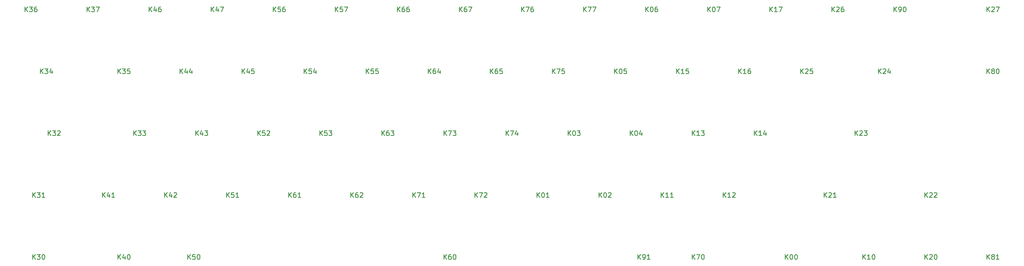
<source format=gto>
G04 #@! TF.FileFunction,Legend,Top*
%FSLAX46Y46*%
G04 Gerber Fmt 4.6, Leading zero omitted, Abs format (unit mm)*
G04 Created by KiCad (PCBNEW 4.0.6) date 07/11/19 02:34:24*
%MOMM*%
%LPD*%
G01*
G04 APERTURE LIST*
%ADD10C,0.100000*%
%ADD11C,0.150000*%
%ADD12C,0.250000*%
G04 APERTURE END LIST*
D10*
D11*
D12*
X193441072Y-95928571D02*
X193441072Y-94428571D01*
X194298215Y-95928571D02*
X193655358Y-95071429D01*
X194298215Y-94428571D02*
X193441072Y-95285714D01*
X195226786Y-94428571D02*
X195369643Y-94428571D01*
X195512500Y-94500000D01*
X195583929Y-94571429D01*
X195655358Y-94714286D01*
X195726786Y-95000000D01*
X195726786Y-95357143D01*
X195655358Y-95642857D01*
X195583929Y-95785714D01*
X195512500Y-95857143D01*
X195369643Y-95928571D01*
X195226786Y-95928571D01*
X195083929Y-95857143D01*
X195012500Y-95785714D01*
X194941072Y-95642857D01*
X194869643Y-95357143D01*
X194869643Y-95000000D01*
X194941072Y-94714286D01*
X195012500Y-94571429D01*
X195083929Y-94500000D01*
X195226786Y-94428571D01*
X197155357Y-95928571D02*
X196298214Y-95928571D01*
X196726786Y-95928571D02*
X196726786Y-94428571D01*
X196583929Y-94642857D01*
X196441071Y-94785714D01*
X196298214Y-94857143D01*
X212491072Y-95928571D02*
X212491072Y-94428571D01*
X213348215Y-95928571D02*
X212705358Y-95071429D01*
X213348215Y-94428571D02*
X212491072Y-95285714D01*
X214276786Y-94428571D02*
X214419643Y-94428571D01*
X214562500Y-94500000D01*
X214633929Y-94571429D01*
X214705358Y-94714286D01*
X214776786Y-95000000D01*
X214776786Y-95357143D01*
X214705358Y-95642857D01*
X214633929Y-95785714D01*
X214562500Y-95857143D01*
X214419643Y-95928571D01*
X214276786Y-95928571D01*
X214133929Y-95857143D01*
X214062500Y-95785714D01*
X213991072Y-95642857D01*
X213919643Y-95357143D01*
X213919643Y-95000000D01*
X213991072Y-94714286D01*
X214062500Y-94571429D01*
X214133929Y-94500000D01*
X214276786Y-94428571D01*
X215348214Y-94571429D02*
X215419643Y-94500000D01*
X215562500Y-94428571D01*
X215919643Y-94428571D01*
X216062500Y-94500000D01*
X216133929Y-94571429D01*
X216205357Y-94714286D01*
X216205357Y-94857143D01*
X216133929Y-95071429D01*
X215276786Y-95928571D01*
X216205357Y-95928571D01*
X202966072Y-76878571D02*
X202966072Y-75378571D01*
X203823215Y-76878571D02*
X203180358Y-76021429D01*
X203823215Y-75378571D02*
X202966072Y-76235714D01*
X204751786Y-75378571D02*
X204894643Y-75378571D01*
X205037500Y-75450000D01*
X205108929Y-75521429D01*
X205180358Y-75664286D01*
X205251786Y-75950000D01*
X205251786Y-76307143D01*
X205180358Y-76592857D01*
X205108929Y-76735714D01*
X205037500Y-76807143D01*
X204894643Y-76878571D01*
X204751786Y-76878571D01*
X204608929Y-76807143D01*
X204537500Y-76735714D01*
X204466072Y-76592857D01*
X204394643Y-76307143D01*
X204394643Y-75950000D01*
X204466072Y-75664286D01*
X204537500Y-75521429D01*
X204608929Y-75450000D01*
X204751786Y-75378571D01*
X205751786Y-75378571D02*
X206680357Y-75378571D01*
X206180357Y-75950000D01*
X206394643Y-75950000D01*
X206537500Y-76021429D01*
X206608929Y-76092857D01*
X206680357Y-76235714D01*
X206680357Y-76592857D01*
X206608929Y-76735714D01*
X206537500Y-76807143D01*
X206394643Y-76878571D01*
X205966071Y-76878571D01*
X205823214Y-76807143D01*
X205751786Y-76735714D01*
X222016072Y-76878571D02*
X222016072Y-75378571D01*
X222873215Y-76878571D02*
X222230358Y-76021429D01*
X222873215Y-75378571D02*
X222016072Y-76235714D01*
X223801786Y-75378571D02*
X223944643Y-75378571D01*
X224087500Y-75450000D01*
X224158929Y-75521429D01*
X224230358Y-75664286D01*
X224301786Y-75950000D01*
X224301786Y-76307143D01*
X224230358Y-76592857D01*
X224158929Y-76735714D01*
X224087500Y-76807143D01*
X223944643Y-76878571D01*
X223801786Y-76878571D01*
X223658929Y-76807143D01*
X223587500Y-76735714D01*
X223516072Y-76592857D01*
X223444643Y-76307143D01*
X223444643Y-75950000D01*
X223516072Y-75664286D01*
X223587500Y-75521429D01*
X223658929Y-75450000D01*
X223801786Y-75378571D01*
X225587500Y-75878571D02*
X225587500Y-76878571D01*
X225230357Y-75307143D02*
X224873214Y-76378571D01*
X225801786Y-76378571D01*
X217253572Y-57828571D02*
X217253572Y-56328571D01*
X218110715Y-57828571D02*
X217467858Y-56971429D01*
X218110715Y-56328571D02*
X217253572Y-57185714D01*
X219039286Y-56328571D02*
X219182143Y-56328571D01*
X219325000Y-56400000D01*
X219396429Y-56471429D01*
X219467858Y-56614286D01*
X219539286Y-56900000D01*
X219539286Y-57257143D01*
X219467858Y-57542857D01*
X219396429Y-57685714D01*
X219325000Y-57757143D01*
X219182143Y-57828571D01*
X219039286Y-57828571D01*
X218896429Y-57757143D01*
X218825000Y-57685714D01*
X218753572Y-57542857D01*
X218682143Y-57257143D01*
X218682143Y-56900000D01*
X218753572Y-56614286D01*
X218825000Y-56471429D01*
X218896429Y-56400000D01*
X219039286Y-56328571D01*
X220896429Y-56328571D02*
X220182143Y-56328571D01*
X220110714Y-57042857D01*
X220182143Y-56971429D01*
X220325000Y-56900000D01*
X220682143Y-56900000D01*
X220825000Y-56971429D01*
X220896429Y-57042857D01*
X220967857Y-57185714D01*
X220967857Y-57542857D01*
X220896429Y-57685714D01*
X220825000Y-57757143D01*
X220682143Y-57828571D01*
X220325000Y-57828571D01*
X220182143Y-57757143D01*
X220110714Y-57685714D01*
X226778572Y-38778571D02*
X226778572Y-37278571D01*
X227635715Y-38778571D02*
X226992858Y-37921429D01*
X227635715Y-37278571D02*
X226778572Y-38135714D01*
X228564286Y-37278571D02*
X228707143Y-37278571D01*
X228850000Y-37350000D01*
X228921429Y-37421429D01*
X228992858Y-37564286D01*
X229064286Y-37850000D01*
X229064286Y-38207143D01*
X228992858Y-38492857D01*
X228921429Y-38635714D01*
X228850000Y-38707143D01*
X228707143Y-38778571D01*
X228564286Y-38778571D01*
X228421429Y-38707143D01*
X228350000Y-38635714D01*
X228278572Y-38492857D01*
X228207143Y-38207143D01*
X228207143Y-37850000D01*
X228278572Y-37564286D01*
X228350000Y-37421429D01*
X228421429Y-37350000D01*
X228564286Y-37278571D01*
X230350000Y-37278571D02*
X230064286Y-37278571D01*
X229921429Y-37350000D01*
X229850000Y-37421429D01*
X229707143Y-37635714D01*
X229635714Y-37921429D01*
X229635714Y-38492857D01*
X229707143Y-38635714D01*
X229778571Y-38707143D01*
X229921429Y-38778571D01*
X230207143Y-38778571D01*
X230350000Y-38707143D01*
X230421429Y-38635714D01*
X230492857Y-38492857D01*
X230492857Y-38135714D01*
X230421429Y-37992857D01*
X230350000Y-37921429D01*
X230207143Y-37850000D01*
X229921429Y-37850000D01*
X229778571Y-37921429D01*
X229707143Y-37992857D01*
X229635714Y-38135714D01*
X245828572Y-38778571D02*
X245828572Y-37278571D01*
X246685715Y-38778571D02*
X246042858Y-37921429D01*
X246685715Y-37278571D02*
X245828572Y-38135714D01*
X247614286Y-37278571D02*
X247757143Y-37278571D01*
X247900000Y-37350000D01*
X247971429Y-37421429D01*
X248042858Y-37564286D01*
X248114286Y-37850000D01*
X248114286Y-38207143D01*
X248042858Y-38492857D01*
X247971429Y-38635714D01*
X247900000Y-38707143D01*
X247757143Y-38778571D01*
X247614286Y-38778571D01*
X247471429Y-38707143D01*
X247400000Y-38635714D01*
X247328572Y-38492857D01*
X247257143Y-38207143D01*
X247257143Y-37850000D01*
X247328572Y-37564286D01*
X247400000Y-37421429D01*
X247471429Y-37350000D01*
X247614286Y-37278571D01*
X248614286Y-37278571D02*
X249614286Y-37278571D01*
X248971429Y-38778571D01*
X293453572Y-114978571D02*
X293453572Y-113478571D01*
X294310715Y-114978571D02*
X293667858Y-114121429D01*
X294310715Y-113478571D02*
X293453572Y-114335714D01*
X295739286Y-114978571D02*
X294882143Y-114978571D01*
X295310715Y-114978571D02*
X295310715Y-113478571D01*
X295167858Y-113692857D01*
X295025000Y-113835714D01*
X294882143Y-113907143D01*
X296667857Y-113478571D02*
X296810714Y-113478571D01*
X296953571Y-113550000D01*
X297025000Y-113621429D01*
X297096429Y-113764286D01*
X297167857Y-114050000D01*
X297167857Y-114407143D01*
X297096429Y-114692857D01*
X297025000Y-114835714D01*
X296953571Y-114907143D01*
X296810714Y-114978571D01*
X296667857Y-114978571D01*
X296525000Y-114907143D01*
X296453571Y-114835714D01*
X296382143Y-114692857D01*
X296310714Y-114407143D01*
X296310714Y-114050000D01*
X296382143Y-113764286D01*
X296453571Y-113621429D01*
X296525000Y-113550000D01*
X296667857Y-113478571D01*
X231541072Y-95928571D02*
X231541072Y-94428571D01*
X232398215Y-95928571D02*
X231755358Y-95071429D01*
X232398215Y-94428571D02*
X231541072Y-95285714D01*
X233826786Y-95928571D02*
X232969643Y-95928571D01*
X233398215Y-95928571D02*
X233398215Y-94428571D01*
X233255358Y-94642857D01*
X233112500Y-94785714D01*
X232969643Y-94857143D01*
X235255357Y-95928571D02*
X234398214Y-95928571D01*
X234826786Y-95928571D02*
X234826786Y-94428571D01*
X234683929Y-94642857D01*
X234541071Y-94785714D01*
X234398214Y-94857143D01*
X250591072Y-95928571D02*
X250591072Y-94428571D01*
X251448215Y-95928571D02*
X250805358Y-95071429D01*
X251448215Y-94428571D02*
X250591072Y-95285714D01*
X252876786Y-95928571D02*
X252019643Y-95928571D01*
X252448215Y-95928571D02*
X252448215Y-94428571D01*
X252305358Y-94642857D01*
X252162500Y-94785714D01*
X252019643Y-94857143D01*
X253448214Y-94571429D02*
X253519643Y-94500000D01*
X253662500Y-94428571D01*
X254019643Y-94428571D01*
X254162500Y-94500000D01*
X254233929Y-94571429D01*
X254305357Y-94714286D01*
X254305357Y-94857143D01*
X254233929Y-95071429D01*
X253376786Y-95928571D01*
X254305357Y-95928571D01*
X241066072Y-76878571D02*
X241066072Y-75378571D01*
X241923215Y-76878571D02*
X241280358Y-76021429D01*
X241923215Y-75378571D02*
X241066072Y-76235714D01*
X243351786Y-76878571D02*
X242494643Y-76878571D01*
X242923215Y-76878571D02*
X242923215Y-75378571D01*
X242780358Y-75592857D01*
X242637500Y-75735714D01*
X242494643Y-75807143D01*
X243851786Y-75378571D02*
X244780357Y-75378571D01*
X244280357Y-75950000D01*
X244494643Y-75950000D01*
X244637500Y-76021429D01*
X244708929Y-76092857D01*
X244780357Y-76235714D01*
X244780357Y-76592857D01*
X244708929Y-76735714D01*
X244637500Y-76807143D01*
X244494643Y-76878571D01*
X244066071Y-76878571D01*
X243923214Y-76807143D01*
X243851786Y-76735714D01*
X260116072Y-76878571D02*
X260116072Y-75378571D01*
X260973215Y-76878571D02*
X260330358Y-76021429D01*
X260973215Y-75378571D02*
X260116072Y-76235714D01*
X262401786Y-76878571D02*
X261544643Y-76878571D01*
X261973215Y-76878571D02*
X261973215Y-75378571D01*
X261830358Y-75592857D01*
X261687500Y-75735714D01*
X261544643Y-75807143D01*
X263687500Y-75878571D02*
X263687500Y-76878571D01*
X263330357Y-75307143D02*
X262973214Y-76378571D01*
X263901786Y-76378571D01*
X236303572Y-57828571D02*
X236303572Y-56328571D01*
X237160715Y-57828571D02*
X236517858Y-56971429D01*
X237160715Y-56328571D02*
X236303572Y-57185714D01*
X238589286Y-57828571D02*
X237732143Y-57828571D01*
X238160715Y-57828571D02*
X238160715Y-56328571D01*
X238017858Y-56542857D01*
X237875000Y-56685714D01*
X237732143Y-56757143D01*
X239946429Y-56328571D02*
X239232143Y-56328571D01*
X239160714Y-57042857D01*
X239232143Y-56971429D01*
X239375000Y-56900000D01*
X239732143Y-56900000D01*
X239875000Y-56971429D01*
X239946429Y-57042857D01*
X240017857Y-57185714D01*
X240017857Y-57542857D01*
X239946429Y-57685714D01*
X239875000Y-57757143D01*
X239732143Y-57828571D01*
X239375000Y-57828571D01*
X239232143Y-57757143D01*
X239160714Y-57685714D01*
X255353572Y-57828571D02*
X255353572Y-56328571D01*
X256210715Y-57828571D02*
X255567858Y-56971429D01*
X256210715Y-56328571D02*
X255353572Y-57185714D01*
X257639286Y-57828571D02*
X256782143Y-57828571D01*
X257210715Y-57828571D02*
X257210715Y-56328571D01*
X257067858Y-56542857D01*
X256925000Y-56685714D01*
X256782143Y-56757143D01*
X258925000Y-56328571D02*
X258639286Y-56328571D01*
X258496429Y-56400000D01*
X258425000Y-56471429D01*
X258282143Y-56685714D01*
X258210714Y-56971429D01*
X258210714Y-57542857D01*
X258282143Y-57685714D01*
X258353571Y-57757143D01*
X258496429Y-57828571D01*
X258782143Y-57828571D01*
X258925000Y-57757143D01*
X258996429Y-57685714D01*
X259067857Y-57542857D01*
X259067857Y-57185714D01*
X258996429Y-57042857D01*
X258925000Y-56971429D01*
X258782143Y-56900000D01*
X258496429Y-56900000D01*
X258353571Y-56971429D01*
X258282143Y-57042857D01*
X258210714Y-57185714D01*
X264878572Y-38778571D02*
X264878572Y-37278571D01*
X265735715Y-38778571D02*
X265092858Y-37921429D01*
X265735715Y-37278571D02*
X264878572Y-38135714D01*
X267164286Y-38778571D02*
X266307143Y-38778571D01*
X266735715Y-38778571D02*
X266735715Y-37278571D01*
X266592858Y-37492857D01*
X266450000Y-37635714D01*
X266307143Y-37707143D01*
X267664286Y-37278571D02*
X268664286Y-37278571D01*
X268021429Y-38778571D01*
X312503572Y-114978571D02*
X312503572Y-113478571D01*
X313360715Y-114978571D02*
X312717858Y-114121429D01*
X313360715Y-113478571D02*
X312503572Y-114335714D01*
X313932143Y-113621429D02*
X314003572Y-113550000D01*
X314146429Y-113478571D01*
X314503572Y-113478571D01*
X314646429Y-113550000D01*
X314717858Y-113621429D01*
X314789286Y-113764286D01*
X314789286Y-113907143D01*
X314717858Y-114121429D01*
X313860715Y-114978571D01*
X314789286Y-114978571D01*
X315717857Y-113478571D02*
X315860714Y-113478571D01*
X316003571Y-113550000D01*
X316075000Y-113621429D01*
X316146429Y-113764286D01*
X316217857Y-114050000D01*
X316217857Y-114407143D01*
X316146429Y-114692857D01*
X316075000Y-114835714D01*
X316003571Y-114907143D01*
X315860714Y-114978571D01*
X315717857Y-114978571D01*
X315575000Y-114907143D01*
X315503571Y-114835714D01*
X315432143Y-114692857D01*
X315360714Y-114407143D01*
X315360714Y-114050000D01*
X315432143Y-113764286D01*
X315503571Y-113621429D01*
X315575000Y-113550000D01*
X315717857Y-113478571D01*
X281547322Y-95928571D02*
X281547322Y-94428571D01*
X282404465Y-95928571D02*
X281761608Y-95071429D01*
X282404465Y-94428571D02*
X281547322Y-95285714D01*
X282975893Y-94571429D02*
X283047322Y-94500000D01*
X283190179Y-94428571D01*
X283547322Y-94428571D01*
X283690179Y-94500000D01*
X283761608Y-94571429D01*
X283833036Y-94714286D01*
X283833036Y-94857143D01*
X283761608Y-95071429D01*
X282904465Y-95928571D01*
X283833036Y-95928571D01*
X285261607Y-95928571D02*
X284404464Y-95928571D01*
X284833036Y-95928571D02*
X284833036Y-94428571D01*
X284690179Y-94642857D01*
X284547321Y-94785714D01*
X284404464Y-94857143D01*
X312503572Y-95928571D02*
X312503572Y-94428571D01*
X313360715Y-95928571D02*
X312717858Y-95071429D01*
X313360715Y-94428571D02*
X312503572Y-95285714D01*
X313932143Y-94571429D02*
X314003572Y-94500000D01*
X314146429Y-94428571D01*
X314503572Y-94428571D01*
X314646429Y-94500000D01*
X314717858Y-94571429D01*
X314789286Y-94714286D01*
X314789286Y-94857143D01*
X314717858Y-95071429D01*
X313860715Y-95928571D01*
X314789286Y-95928571D01*
X315360714Y-94571429D02*
X315432143Y-94500000D01*
X315575000Y-94428571D01*
X315932143Y-94428571D01*
X316075000Y-94500000D01*
X316146429Y-94571429D01*
X316217857Y-94714286D01*
X316217857Y-94857143D01*
X316146429Y-95071429D01*
X315289286Y-95928571D01*
X316217857Y-95928571D01*
X291072322Y-76878571D02*
X291072322Y-75378571D01*
X291929465Y-76878571D02*
X291286608Y-76021429D01*
X291929465Y-75378571D02*
X291072322Y-76235714D01*
X292500893Y-75521429D02*
X292572322Y-75450000D01*
X292715179Y-75378571D01*
X293072322Y-75378571D01*
X293215179Y-75450000D01*
X293286608Y-75521429D01*
X293358036Y-75664286D01*
X293358036Y-75807143D01*
X293286608Y-76021429D01*
X292429465Y-76878571D01*
X293358036Y-76878571D01*
X293858036Y-75378571D02*
X294786607Y-75378571D01*
X294286607Y-75950000D01*
X294500893Y-75950000D01*
X294643750Y-76021429D01*
X294715179Y-76092857D01*
X294786607Y-76235714D01*
X294786607Y-76592857D01*
X294715179Y-76735714D01*
X294643750Y-76807143D01*
X294500893Y-76878571D01*
X294072321Y-76878571D01*
X293929464Y-76807143D01*
X293858036Y-76735714D01*
X298216072Y-57828571D02*
X298216072Y-56328571D01*
X299073215Y-57828571D02*
X298430358Y-56971429D01*
X299073215Y-56328571D02*
X298216072Y-57185714D01*
X299644643Y-56471429D02*
X299716072Y-56400000D01*
X299858929Y-56328571D01*
X300216072Y-56328571D01*
X300358929Y-56400000D01*
X300430358Y-56471429D01*
X300501786Y-56614286D01*
X300501786Y-56757143D01*
X300430358Y-56971429D01*
X299573215Y-57828571D01*
X300501786Y-57828571D01*
X301787500Y-56828571D02*
X301787500Y-57828571D01*
X301430357Y-56257143D02*
X301073214Y-57328571D01*
X302001786Y-57328571D01*
X274403572Y-57828571D02*
X274403572Y-56328571D01*
X275260715Y-57828571D02*
X274617858Y-56971429D01*
X275260715Y-56328571D02*
X274403572Y-57185714D01*
X275832143Y-56471429D02*
X275903572Y-56400000D01*
X276046429Y-56328571D01*
X276403572Y-56328571D01*
X276546429Y-56400000D01*
X276617858Y-56471429D01*
X276689286Y-56614286D01*
X276689286Y-56757143D01*
X276617858Y-56971429D01*
X275760715Y-57828571D01*
X276689286Y-57828571D01*
X278046429Y-56328571D02*
X277332143Y-56328571D01*
X277260714Y-57042857D01*
X277332143Y-56971429D01*
X277475000Y-56900000D01*
X277832143Y-56900000D01*
X277975000Y-56971429D01*
X278046429Y-57042857D01*
X278117857Y-57185714D01*
X278117857Y-57542857D01*
X278046429Y-57685714D01*
X277975000Y-57757143D01*
X277832143Y-57828571D01*
X277475000Y-57828571D01*
X277332143Y-57757143D01*
X277260714Y-57685714D01*
X283928572Y-38778571D02*
X283928572Y-37278571D01*
X284785715Y-38778571D02*
X284142858Y-37921429D01*
X284785715Y-37278571D02*
X283928572Y-38135714D01*
X285357143Y-37421429D02*
X285428572Y-37350000D01*
X285571429Y-37278571D01*
X285928572Y-37278571D01*
X286071429Y-37350000D01*
X286142858Y-37421429D01*
X286214286Y-37564286D01*
X286214286Y-37707143D01*
X286142858Y-37921429D01*
X285285715Y-38778571D01*
X286214286Y-38778571D01*
X287500000Y-37278571D02*
X287214286Y-37278571D01*
X287071429Y-37350000D01*
X287000000Y-37421429D01*
X286857143Y-37635714D01*
X286785714Y-37921429D01*
X286785714Y-38492857D01*
X286857143Y-38635714D01*
X286928571Y-38707143D01*
X287071429Y-38778571D01*
X287357143Y-38778571D01*
X287500000Y-38707143D01*
X287571429Y-38635714D01*
X287642857Y-38492857D01*
X287642857Y-38135714D01*
X287571429Y-37992857D01*
X287500000Y-37921429D01*
X287357143Y-37850000D01*
X287071429Y-37850000D01*
X286928571Y-37921429D01*
X286857143Y-37992857D01*
X286785714Y-38135714D01*
X38659822Y-114978571D02*
X38659822Y-113478571D01*
X39516965Y-114978571D02*
X38874108Y-114121429D01*
X39516965Y-113478571D02*
X38659822Y-114335714D01*
X40016965Y-113478571D02*
X40945536Y-113478571D01*
X40445536Y-114050000D01*
X40659822Y-114050000D01*
X40802679Y-114121429D01*
X40874108Y-114192857D01*
X40945536Y-114335714D01*
X40945536Y-114692857D01*
X40874108Y-114835714D01*
X40802679Y-114907143D01*
X40659822Y-114978571D01*
X40231250Y-114978571D01*
X40088393Y-114907143D01*
X40016965Y-114835714D01*
X41874107Y-113478571D02*
X42016964Y-113478571D01*
X42159821Y-113550000D01*
X42231250Y-113621429D01*
X42302679Y-113764286D01*
X42374107Y-114050000D01*
X42374107Y-114407143D01*
X42302679Y-114692857D01*
X42231250Y-114835714D01*
X42159821Y-114907143D01*
X42016964Y-114978571D01*
X41874107Y-114978571D01*
X41731250Y-114907143D01*
X41659821Y-114835714D01*
X41588393Y-114692857D01*
X41516964Y-114407143D01*
X41516964Y-114050000D01*
X41588393Y-113764286D01*
X41659821Y-113621429D01*
X41731250Y-113550000D01*
X41874107Y-113478571D01*
X38659822Y-95928571D02*
X38659822Y-94428571D01*
X39516965Y-95928571D02*
X38874108Y-95071429D01*
X39516965Y-94428571D02*
X38659822Y-95285714D01*
X40016965Y-94428571D02*
X40945536Y-94428571D01*
X40445536Y-95000000D01*
X40659822Y-95000000D01*
X40802679Y-95071429D01*
X40874108Y-95142857D01*
X40945536Y-95285714D01*
X40945536Y-95642857D01*
X40874108Y-95785714D01*
X40802679Y-95857143D01*
X40659822Y-95928571D01*
X40231250Y-95928571D01*
X40088393Y-95857143D01*
X40016965Y-95785714D01*
X42374107Y-95928571D02*
X41516964Y-95928571D01*
X41945536Y-95928571D02*
X41945536Y-94428571D01*
X41802679Y-94642857D01*
X41659821Y-94785714D01*
X41516964Y-94857143D01*
X43422322Y-76878571D02*
X43422322Y-75378571D01*
X44279465Y-76878571D02*
X43636608Y-76021429D01*
X44279465Y-75378571D02*
X43422322Y-76235714D01*
X44779465Y-75378571D02*
X45708036Y-75378571D01*
X45208036Y-75950000D01*
X45422322Y-75950000D01*
X45565179Y-76021429D01*
X45636608Y-76092857D01*
X45708036Y-76235714D01*
X45708036Y-76592857D01*
X45636608Y-76735714D01*
X45565179Y-76807143D01*
X45422322Y-76878571D01*
X44993750Y-76878571D01*
X44850893Y-76807143D01*
X44779465Y-76735714D01*
X46279464Y-75521429D02*
X46350893Y-75450000D01*
X46493750Y-75378571D01*
X46850893Y-75378571D01*
X46993750Y-75450000D01*
X47065179Y-75521429D01*
X47136607Y-75664286D01*
X47136607Y-75807143D01*
X47065179Y-76021429D01*
X46208036Y-76878571D01*
X47136607Y-76878571D01*
X60091072Y-95928571D02*
X60091072Y-94428571D01*
X60948215Y-95928571D02*
X60305358Y-95071429D01*
X60948215Y-94428571D02*
X60091072Y-95285714D01*
X62233929Y-94928571D02*
X62233929Y-95928571D01*
X61876786Y-94357143D02*
X61519643Y-95428571D01*
X62448215Y-95428571D01*
X63805357Y-95928571D02*
X62948214Y-95928571D01*
X63376786Y-95928571D02*
X63376786Y-94428571D01*
X63233929Y-94642857D01*
X63091071Y-94785714D01*
X62948214Y-94857143D01*
X79141072Y-95928571D02*
X79141072Y-94428571D01*
X79998215Y-95928571D02*
X79355358Y-95071429D01*
X79998215Y-94428571D02*
X79141072Y-95285714D01*
X81283929Y-94928571D02*
X81283929Y-95928571D01*
X80926786Y-94357143D02*
X80569643Y-95428571D01*
X81498215Y-95428571D01*
X81998214Y-94571429D02*
X82069643Y-94500000D01*
X82212500Y-94428571D01*
X82569643Y-94428571D01*
X82712500Y-94500000D01*
X82783929Y-94571429D01*
X82855357Y-94714286D01*
X82855357Y-94857143D01*
X82783929Y-95071429D01*
X81926786Y-95928571D01*
X82855357Y-95928571D01*
X88666072Y-76878571D02*
X88666072Y-75378571D01*
X89523215Y-76878571D02*
X88880358Y-76021429D01*
X89523215Y-75378571D02*
X88666072Y-76235714D01*
X90808929Y-75878571D02*
X90808929Y-76878571D01*
X90451786Y-75307143D02*
X90094643Y-76378571D01*
X91023215Y-76378571D01*
X91451786Y-75378571D02*
X92380357Y-75378571D01*
X91880357Y-75950000D01*
X92094643Y-75950000D01*
X92237500Y-76021429D01*
X92308929Y-76092857D01*
X92380357Y-76235714D01*
X92380357Y-76592857D01*
X92308929Y-76735714D01*
X92237500Y-76807143D01*
X92094643Y-76878571D01*
X91666071Y-76878571D01*
X91523214Y-76807143D01*
X91451786Y-76735714D01*
X83903572Y-57828571D02*
X83903572Y-56328571D01*
X84760715Y-57828571D02*
X84117858Y-56971429D01*
X84760715Y-56328571D02*
X83903572Y-57185714D01*
X86046429Y-56828571D02*
X86046429Y-57828571D01*
X85689286Y-56257143D02*
X85332143Y-57328571D01*
X86260715Y-57328571D01*
X87475000Y-56828571D02*
X87475000Y-57828571D01*
X87117857Y-56257143D02*
X86760714Y-57328571D01*
X87689286Y-57328571D01*
X102953572Y-57828571D02*
X102953572Y-56328571D01*
X103810715Y-57828571D02*
X103167858Y-56971429D01*
X103810715Y-56328571D02*
X102953572Y-57185714D01*
X105096429Y-56828571D02*
X105096429Y-57828571D01*
X104739286Y-56257143D02*
X104382143Y-57328571D01*
X105310715Y-57328571D01*
X106596429Y-56328571D02*
X105882143Y-56328571D01*
X105810714Y-57042857D01*
X105882143Y-56971429D01*
X106025000Y-56900000D01*
X106382143Y-56900000D01*
X106525000Y-56971429D01*
X106596429Y-57042857D01*
X106667857Y-57185714D01*
X106667857Y-57542857D01*
X106596429Y-57685714D01*
X106525000Y-57757143D01*
X106382143Y-57828571D01*
X106025000Y-57828571D01*
X105882143Y-57757143D01*
X105810714Y-57685714D01*
X74378572Y-38778571D02*
X74378572Y-37278571D01*
X75235715Y-38778571D02*
X74592858Y-37921429D01*
X75235715Y-37278571D02*
X74378572Y-38135714D01*
X76521429Y-37778571D02*
X76521429Y-38778571D01*
X76164286Y-37207143D02*
X75807143Y-38278571D01*
X76735715Y-38278571D01*
X77950000Y-37278571D02*
X77664286Y-37278571D01*
X77521429Y-37350000D01*
X77450000Y-37421429D01*
X77307143Y-37635714D01*
X77235714Y-37921429D01*
X77235714Y-38492857D01*
X77307143Y-38635714D01*
X77378571Y-38707143D01*
X77521429Y-38778571D01*
X77807143Y-38778571D01*
X77950000Y-38707143D01*
X78021429Y-38635714D01*
X78092857Y-38492857D01*
X78092857Y-38135714D01*
X78021429Y-37992857D01*
X77950000Y-37921429D01*
X77807143Y-37850000D01*
X77521429Y-37850000D01*
X77378571Y-37921429D01*
X77307143Y-37992857D01*
X77235714Y-38135714D01*
X93428572Y-38778571D02*
X93428572Y-37278571D01*
X94285715Y-38778571D02*
X93642858Y-37921429D01*
X94285715Y-37278571D02*
X93428572Y-38135714D01*
X95571429Y-37778571D02*
X95571429Y-38778571D01*
X95214286Y-37207143D02*
X94857143Y-38278571D01*
X95785715Y-38278571D01*
X96214286Y-37278571D02*
X97214286Y-37278571D01*
X96571429Y-38778571D01*
X86284822Y-114978571D02*
X86284822Y-113478571D01*
X87141965Y-114978571D02*
X86499108Y-114121429D01*
X87141965Y-113478571D02*
X86284822Y-114335714D01*
X88499108Y-113478571D02*
X87784822Y-113478571D01*
X87713393Y-114192857D01*
X87784822Y-114121429D01*
X87927679Y-114050000D01*
X88284822Y-114050000D01*
X88427679Y-114121429D01*
X88499108Y-114192857D01*
X88570536Y-114335714D01*
X88570536Y-114692857D01*
X88499108Y-114835714D01*
X88427679Y-114907143D01*
X88284822Y-114978571D01*
X87927679Y-114978571D01*
X87784822Y-114907143D01*
X87713393Y-114835714D01*
X89499107Y-113478571D02*
X89641964Y-113478571D01*
X89784821Y-113550000D01*
X89856250Y-113621429D01*
X89927679Y-113764286D01*
X89999107Y-114050000D01*
X89999107Y-114407143D01*
X89927679Y-114692857D01*
X89856250Y-114835714D01*
X89784821Y-114907143D01*
X89641964Y-114978571D01*
X89499107Y-114978571D01*
X89356250Y-114907143D01*
X89284821Y-114835714D01*
X89213393Y-114692857D01*
X89141964Y-114407143D01*
X89141964Y-114050000D01*
X89213393Y-113764286D01*
X89284821Y-113621429D01*
X89356250Y-113550000D01*
X89499107Y-113478571D01*
X107716072Y-76878571D02*
X107716072Y-75378571D01*
X108573215Y-76878571D02*
X107930358Y-76021429D01*
X108573215Y-75378571D02*
X107716072Y-76235714D01*
X109930358Y-75378571D02*
X109216072Y-75378571D01*
X109144643Y-76092857D01*
X109216072Y-76021429D01*
X109358929Y-75950000D01*
X109716072Y-75950000D01*
X109858929Y-76021429D01*
X109930358Y-76092857D01*
X110001786Y-76235714D01*
X110001786Y-76592857D01*
X109930358Y-76735714D01*
X109858929Y-76807143D01*
X109716072Y-76878571D01*
X109358929Y-76878571D01*
X109216072Y-76807143D01*
X109144643Y-76735714D01*
X110573214Y-75521429D02*
X110644643Y-75450000D01*
X110787500Y-75378571D01*
X111144643Y-75378571D01*
X111287500Y-75450000D01*
X111358929Y-75521429D01*
X111430357Y-75664286D01*
X111430357Y-75807143D01*
X111358929Y-76021429D01*
X110501786Y-76878571D01*
X111430357Y-76878571D01*
X126766072Y-76878571D02*
X126766072Y-75378571D01*
X127623215Y-76878571D02*
X126980358Y-76021429D01*
X127623215Y-75378571D02*
X126766072Y-76235714D01*
X128980358Y-75378571D02*
X128266072Y-75378571D01*
X128194643Y-76092857D01*
X128266072Y-76021429D01*
X128408929Y-75950000D01*
X128766072Y-75950000D01*
X128908929Y-76021429D01*
X128980358Y-76092857D01*
X129051786Y-76235714D01*
X129051786Y-76592857D01*
X128980358Y-76735714D01*
X128908929Y-76807143D01*
X128766072Y-76878571D01*
X128408929Y-76878571D01*
X128266072Y-76807143D01*
X128194643Y-76735714D01*
X129551786Y-75378571D02*
X130480357Y-75378571D01*
X129980357Y-75950000D01*
X130194643Y-75950000D01*
X130337500Y-76021429D01*
X130408929Y-76092857D01*
X130480357Y-76235714D01*
X130480357Y-76592857D01*
X130408929Y-76735714D01*
X130337500Y-76807143D01*
X130194643Y-76878571D01*
X129766071Y-76878571D01*
X129623214Y-76807143D01*
X129551786Y-76735714D01*
X122003572Y-57828571D02*
X122003572Y-56328571D01*
X122860715Y-57828571D02*
X122217858Y-56971429D01*
X122860715Y-56328571D02*
X122003572Y-57185714D01*
X124217858Y-56328571D02*
X123503572Y-56328571D01*
X123432143Y-57042857D01*
X123503572Y-56971429D01*
X123646429Y-56900000D01*
X124003572Y-56900000D01*
X124146429Y-56971429D01*
X124217858Y-57042857D01*
X124289286Y-57185714D01*
X124289286Y-57542857D01*
X124217858Y-57685714D01*
X124146429Y-57757143D01*
X124003572Y-57828571D01*
X123646429Y-57828571D01*
X123503572Y-57757143D01*
X123432143Y-57685714D01*
X125575000Y-56828571D02*
X125575000Y-57828571D01*
X125217857Y-56257143D02*
X124860714Y-57328571D01*
X125789286Y-57328571D01*
X141053572Y-57828571D02*
X141053572Y-56328571D01*
X141910715Y-57828571D02*
X141267858Y-56971429D01*
X141910715Y-56328571D02*
X141053572Y-57185714D01*
X143267858Y-56328571D02*
X142553572Y-56328571D01*
X142482143Y-57042857D01*
X142553572Y-56971429D01*
X142696429Y-56900000D01*
X143053572Y-56900000D01*
X143196429Y-56971429D01*
X143267858Y-57042857D01*
X143339286Y-57185714D01*
X143339286Y-57542857D01*
X143267858Y-57685714D01*
X143196429Y-57757143D01*
X143053572Y-57828571D01*
X142696429Y-57828571D01*
X142553572Y-57757143D01*
X142482143Y-57685714D01*
X144696429Y-56328571D02*
X143982143Y-56328571D01*
X143910714Y-57042857D01*
X143982143Y-56971429D01*
X144125000Y-56900000D01*
X144482143Y-56900000D01*
X144625000Y-56971429D01*
X144696429Y-57042857D01*
X144767857Y-57185714D01*
X144767857Y-57542857D01*
X144696429Y-57685714D01*
X144625000Y-57757143D01*
X144482143Y-57828571D01*
X144125000Y-57828571D01*
X143982143Y-57757143D01*
X143910714Y-57685714D01*
X112478572Y-38778571D02*
X112478572Y-37278571D01*
X113335715Y-38778571D02*
X112692858Y-37921429D01*
X113335715Y-37278571D02*
X112478572Y-38135714D01*
X114692858Y-37278571D02*
X113978572Y-37278571D01*
X113907143Y-37992857D01*
X113978572Y-37921429D01*
X114121429Y-37850000D01*
X114478572Y-37850000D01*
X114621429Y-37921429D01*
X114692858Y-37992857D01*
X114764286Y-38135714D01*
X114764286Y-38492857D01*
X114692858Y-38635714D01*
X114621429Y-38707143D01*
X114478572Y-38778571D01*
X114121429Y-38778571D01*
X113978572Y-38707143D01*
X113907143Y-38635714D01*
X116050000Y-37278571D02*
X115764286Y-37278571D01*
X115621429Y-37350000D01*
X115550000Y-37421429D01*
X115407143Y-37635714D01*
X115335714Y-37921429D01*
X115335714Y-38492857D01*
X115407143Y-38635714D01*
X115478571Y-38707143D01*
X115621429Y-38778571D01*
X115907143Y-38778571D01*
X116050000Y-38707143D01*
X116121429Y-38635714D01*
X116192857Y-38492857D01*
X116192857Y-38135714D01*
X116121429Y-37992857D01*
X116050000Y-37921429D01*
X115907143Y-37850000D01*
X115621429Y-37850000D01*
X115478571Y-37921429D01*
X115407143Y-37992857D01*
X115335714Y-38135714D01*
X131528572Y-38778571D02*
X131528572Y-37278571D01*
X132385715Y-38778571D02*
X131742858Y-37921429D01*
X132385715Y-37278571D02*
X131528572Y-38135714D01*
X133742858Y-37278571D02*
X133028572Y-37278571D01*
X132957143Y-37992857D01*
X133028572Y-37921429D01*
X133171429Y-37850000D01*
X133528572Y-37850000D01*
X133671429Y-37921429D01*
X133742858Y-37992857D01*
X133814286Y-38135714D01*
X133814286Y-38492857D01*
X133742858Y-38635714D01*
X133671429Y-38707143D01*
X133528572Y-38778571D01*
X133171429Y-38778571D01*
X133028572Y-38707143D01*
X132957143Y-38635714D01*
X134314286Y-37278571D02*
X135314286Y-37278571D01*
X134671429Y-38778571D01*
X117241072Y-95928571D02*
X117241072Y-94428571D01*
X118098215Y-95928571D02*
X117455358Y-95071429D01*
X118098215Y-94428571D02*
X117241072Y-95285714D01*
X119383929Y-94428571D02*
X119098215Y-94428571D01*
X118955358Y-94500000D01*
X118883929Y-94571429D01*
X118741072Y-94785714D01*
X118669643Y-95071429D01*
X118669643Y-95642857D01*
X118741072Y-95785714D01*
X118812500Y-95857143D01*
X118955358Y-95928571D01*
X119241072Y-95928571D01*
X119383929Y-95857143D01*
X119455358Y-95785714D01*
X119526786Y-95642857D01*
X119526786Y-95285714D01*
X119455358Y-95142857D01*
X119383929Y-95071429D01*
X119241072Y-95000000D01*
X118955358Y-95000000D01*
X118812500Y-95071429D01*
X118741072Y-95142857D01*
X118669643Y-95285714D01*
X120955357Y-95928571D02*
X120098214Y-95928571D01*
X120526786Y-95928571D02*
X120526786Y-94428571D01*
X120383929Y-94642857D01*
X120241071Y-94785714D01*
X120098214Y-94857143D01*
X136291072Y-95928571D02*
X136291072Y-94428571D01*
X137148215Y-95928571D02*
X136505358Y-95071429D01*
X137148215Y-94428571D02*
X136291072Y-95285714D01*
X138433929Y-94428571D02*
X138148215Y-94428571D01*
X138005358Y-94500000D01*
X137933929Y-94571429D01*
X137791072Y-94785714D01*
X137719643Y-95071429D01*
X137719643Y-95642857D01*
X137791072Y-95785714D01*
X137862500Y-95857143D01*
X138005358Y-95928571D01*
X138291072Y-95928571D01*
X138433929Y-95857143D01*
X138505358Y-95785714D01*
X138576786Y-95642857D01*
X138576786Y-95285714D01*
X138505358Y-95142857D01*
X138433929Y-95071429D01*
X138291072Y-95000000D01*
X138005358Y-95000000D01*
X137862500Y-95071429D01*
X137791072Y-95142857D01*
X137719643Y-95285714D01*
X139148214Y-94571429D02*
X139219643Y-94500000D01*
X139362500Y-94428571D01*
X139719643Y-94428571D01*
X139862500Y-94500000D01*
X139933929Y-94571429D01*
X140005357Y-94714286D01*
X140005357Y-94857143D01*
X139933929Y-95071429D01*
X139076786Y-95928571D01*
X140005357Y-95928571D01*
X145816072Y-76878571D02*
X145816072Y-75378571D01*
X146673215Y-76878571D02*
X146030358Y-76021429D01*
X146673215Y-75378571D02*
X145816072Y-76235714D01*
X147958929Y-75378571D02*
X147673215Y-75378571D01*
X147530358Y-75450000D01*
X147458929Y-75521429D01*
X147316072Y-75735714D01*
X147244643Y-76021429D01*
X147244643Y-76592857D01*
X147316072Y-76735714D01*
X147387500Y-76807143D01*
X147530358Y-76878571D01*
X147816072Y-76878571D01*
X147958929Y-76807143D01*
X148030358Y-76735714D01*
X148101786Y-76592857D01*
X148101786Y-76235714D01*
X148030358Y-76092857D01*
X147958929Y-76021429D01*
X147816072Y-75950000D01*
X147530358Y-75950000D01*
X147387500Y-76021429D01*
X147316072Y-76092857D01*
X147244643Y-76235714D01*
X148601786Y-75378571D02*
X149530357Y-75378571D01*
X149030357Y-75950000D01*
X149244643Y-75950000D01*
X149387500Y-76021429D01*
X149458929Y-76092857D01*
X149530357Y-76235714D01*
X149530357Y-76592857D01*
X149458929Y-76735714D01*
X149387500Y-76807143D01*
X149244643Y-76878571D01*
X148816071Y-76878571D01*
X148673214Y-76807143D01*
X148601786Y-76735714D01*
X160103572Y-57828571D02*
X160103572Y-56328571D01*
X160960715Y-57828571D02*
X160317858Y-56971429D01*
X160960715Y-56328571D02*
X160103572Y-57185714D01*
X162246429Y-56328571D02*
X161960715Y-56328571D01*
X161817858Y-56400000D01*
X161746429Y-56471429D01*
X161603572Y-56685714D01*
X161532143Y-56971429D01*
X161532143Y-57542857D01*
X161603572Y-57685714D01*
X161675000Y-57757143D01*
X161817858Y-57828571D01*
X162103572Y-57828571D01*
X162246429Y-57757143D01*
X162317858Y-57685714D01*
X162389286Y-57542857D01*
X162389286Y-57185714D01*
X162317858Y-57042857D01*
X162246429Y-56971429D01*
X162103572Y-56900000D01*
X161817858Y-56900000D01*
X161675000Y-56971429D01*
X161603572Y-57042857D01*
X161532143Y-57185714D01*
X163675000Y-56828571D02*
X163675000Y-57828571D01*
X163317857Y-56257143D02*
X162960714Y-57328571D01*
X163889286Y-57328571D01*
X179153572Y-57828571D02*
X179153572Y-56328571D01*
X180010715Y-57828571D02*
X179367858Y-56971429D01*
X180010715Y-56328571D02*
X179153572Y-57185714D01*
X181296429Y-56328571D02*
X181010715Y-56328571D01*
X180867858Y-56400000D01*
X180796429Y-56471429D01*
X180653572Y-56685714D01*
X180582143Y-56971429D01*
X180582143Y-57542857D01*
X180653572Y-57685714D01*
X180725000Y-57757143D01*
X180867858Y-57828571D01*
X181153572Y-57828571D01*
X181296429Y-57757143D01*
X181367858Y-57685714D01*
X181439286Y-57542857D01*
X181439286Y-57185714D01*
X181367858Y-57042857D01*
X181296429Y-56971429D01*
X181153572Y-56900000D01*
X180867858Y-56900000D01*
X180725000Y-56971429D01*
X180653572Y-57042857D01*
X180582143Y-57185714D01*
X182796429Y-56328571D02*
X182082143Y-56328571D01*
X182010714Y-57042857D01*
X182082143Y-56971429D01*
X182225000Y-56900000D01*
X182582143Y-56900000D01*
X182725000Y-56971429D01*
X182796429Y-57042857D01*
X182867857Y-57185714D01*
X182867857Y-57542857D01*
X182796429Y-57685714D01*
X182725000Y-57757143D01*
X182582143Y-57828571D01*
X182225000Y-57828571D01*
X182082143Y-57757143D01*
X182010714Y-57685714D01*
X150578572Y-38778571D02*
X150578572Y-37278571D01*
X151435715Y-38778571D02*
X150792858Y-37921429D01*
X151435715Y-37278571D02*
X150578572Y-38135714D01*
X152721429Y-37278571D02*
X152435715Y-37278571D01*
X152292858Y-37350000D01*
X152221429Y-37421429D01*
X152078572Y-37635714D01*
X152007143Y-37921429D01*
X152007143Y-38492857D01*
X152078572Y-38635714D01*
X152150000Y-38707143D01*
X152292858Y-38778571D01*
X152578572Y-38778571D01*
X152721429Y-38707143D01*
X152792858Y-38635714D01*
X152864286Y-38492857D01*
X152864286Y-38135714D01*
X152792858Y-37992857D01*
X152721429Y-37921429D01*
X152578572Y-37850000D01*
X152292858Y-37850000D01*
X152150000Y-37921429D01*
X152078572Y-37992857D01*
X152007143Y-38135714D01*
X154150000Y-37278571D02*
X153864286Y-37278571D01*
X153721429Y-37350000D01*
X153650000Y-37421429D01*
X153507143Y-37635714D01*
X153435714Y-37921429D01*
X153435714Y-38492857D01*
X153507143Y-38635714D01*
X153578571Y-38707143D01*
X153721429Y-38778571D01*
X154007143Y-38778571D01*
X154150000Y-38707143D01*
X154221429Y-38635714D01*
X154292857Y-38492857D01*
X154292857Y-38135714D01*
X154221429Y-37992857D01*
X154150000Y-37921429D01*
X154007143Y-37850000D01*
X153721429Y-37850000D01*
X153578571Y-37921429D01*
X153507143Y-37992857D01*
X153435714Y-38135714D01*
X169628572Y-38778571D02*
X169628572Y-37278571D01*
X170485715Y-38778571D02*
X169842858Y-37921429D01*
X170485715Y-37278571D02*
X169628572Y-38135714D01*
X171771429Y-37278571D02*
X171485715Y-37278571D01*
X171342858Y-37350000D01*
X171271429Y-37421429D01*
X171128572Y-37635714D01*
X171057143Y-37921429D01*
X171057143Y-38492857D01*
X171128572Y-38635714D01*
X171200000Y-38707143D01*
X171342858Y-38778571D01*
X171628572Y-38778571D01*
X171771429Y-38707143D01*
X171842858Y-38635714D01*
X171914286Y-38492857D01*
X171914286Y-38135714D01*
X171842858Y-37992857D01*
X171771429Y-37921429D01*
X171628572Y-37850000D01*
X171342858Y-37850000D01*
X171200000Y-37921429D01*
X171128572Y-37992857D01*
X171057143Y-38135714D01*
X172414286Y-37278571D02*
X173414286Y-37278571D01*
X172771429Y-38778571D01*
X241066072Y-114978571D02*
X241066072Y-113478571D01*
X241923215Y-114978571D02*
X241280358Y-114121429D01*
X241923215Y-113478571D02*
X241066072Y-114335714D01*
X242423215Y-113478571D02*
X243423215Y-113478571D01*
X242780358Y-114978571D01*
X244280357Y-113478571D02*
X244423214Y-113478571D01*
X244566071Y-113550000D01*
X244637500Y-113621429D01*
X244708929Y-113764286D01*
X244780357Y-114050000D01*
X244780357Y-114407143D01*
X244708929Y-114692857D01*
X244637500Y-114835714D01*
X244566071Y-114907143D01*
X244423214Y-114978571D01*
X244280357Y-114978571D01*
X244137500Y-114907143D01*
X244066071Y-114835714D01*
X243994643Y-114692857D01*
X243923214Y-114407143D01*
X243923214Y-114050000D01*
X243994643Y-113764286D01*
X244066071Y-113621429D01*
X244137500Y-113550000D01*
X244280357Y-113478571D01*
X155341072Y-95928571D02*
X155341072Y-94428571D01*
X156198215Y-95928571D02*
X155555358Y-95071429D01*
X156198215Y-94428571D02*
X155341072Y-95285714D01*
X156698215Y-94428571D02*
X157698215Y-94428571D01*
X157055358Y-95928571D01*
X159055357Y-95928571D02*
X158198214Y-95928571D01*
X158626786Y-95928571D02*
X158626786Y-94428571D01*
X158483929Y-94642857D01*
X158341071Y-94785714D01*
X158198214Y-94857143D01*
X174391072Y-95928571D02*
X174391072Y-94428571D01*
X175248215Y-95928571D02*
X174605358Y-95071429D01*
X175248215Y-94428571D02*
X174391072Y-95285714D01*
X175748215Y-94428571D02*
X176748215Y-94428571D01*
X176105358Y-95928571D01*
X177248214Y-94571429D02*
X177319643Y-94500000D01*
X177462500Y-94428571D01*
X177819643Y-94428571D01*
X177962500Y-94500000D01*
X178033929Y-94571429D01*
X178105357Y-94714286D01*
X178105357Y-94857143D01*
X178033929Y-95071429D01*
X177176786Y-95928571D01*
X178105357Y-95928571D01*
X164866072Y-76878571D02*
X164866072Y-75378571D01*
X165723215Y-76878571D02*
X165080358Y-76021429D01*
X165723215Y-75378571D02*
X164866072Y-76235714D01*
X166223215Y-75378571D02*
X167223215Y-75378571D01*
X166580358Y-76878571D01*
X167651786Y-75378571D02*
X168580357Y-75378571D01*
X168080357Y-75950000D01*
X168294643Y-75950000D01*
X168437500Y-76021429D01*
X168508929Y-76092857D01*
X168580357Y-76235714D01*
X168580357Y-76592857D01*
X168508929Y-76735714D01*
X168437500Y-76807143D01*
X168294643Y-76878571D01*
X167866071Y-76878571D01*
X167723214Y-76807143D01*
X167651786Y-76735714D01*
X183916072Y-76878571D02*
X183916072Y-75378571D01*
X184773215Y-76878571D02*
X184130358Y-76021429D01*
X184773215Y-75378571D02*
X183916072Y-76235714D01*
X185273215Y-75378571D02*
X186273215Y-75378571D01*
X185630358Y-76878571D01*
X187487500Y-75878571D02*
X187487500Y-76878571D01*
X187130357Y-75307143D02*
X186773214Y-76378571D01*
X187701786Y-76378571D01*
X198203572Y-57828571D02*
X198203572Y-56328571D01*
X199060715Y-57828571D02*
X198417858Y-56971429D01*
X199060715Y-56328571D02*
X198203572Y-57185714D01*
X199560715Y-56328571D02*
X200560715Y-56328571D01*
X199917858Y-57828571D01*
X201846429Y-56328571D02*
X201132143Y-56328571D01*
X201060714Y-57042857D01*
X201132143Y-56971429D01*
X201275000Y-56900000D01*
X201632143Y-56900000D01*
X201775000Y-56971429D01*
X201846429Y-57042857D01*
X201917857Y-57185714D01*
X201917857Y-57542857D01*
X201846429Y-57685714D01*
X201775000Y-57757143D01*
X201632143Y-57828571D01*
X201275000Y-57828571D01*
X201132143Y-57757143D01*
X201060714Y-57685714D01*
X188678572Y-38778571D02*
X188678572Y-37278571D01*
X189535715Y-38778571D02*
X188892858Y-37921429D01*
X189535715Y-37278571D02*
X188678572Y-38135714D01*
X190035715Y-37278571D02*
X191035715Y-37278571D01*
X190392858Y-38778571D01*
X192250000Y-37278571D02*
X191964286Y-37278571D01*
X191821429Y-37350000D01*
X191750000Y-37421429D01*
X191607143Y-37635714D01*
X191535714Y-37921429D01*
X191535714Y-38492857D01*
X191607143Y-38635714D01*
X191678571Y-38707143D01*
X191821429Y-38778571D01*
X192107143Y-38778571D01*
X192250000Y-38707143D01*
X192321429Y-38635714D01*
X192392857Y-38492857D01*
X192392857Y-38135714D01*
X192321429Y-37992857D01*
X192250000Y-37921429D01*
X192107143Y-37850000D01*
X191821429Y-37850000D01*
X191678571Y-37921429D01*
X191607143Y-37992857D01*
X191535714Y-38135714D01*
X207728572Y-38778571D02*
X207728572Y-37278571D01*
X208585715Y-38778571D02*
X207942858Y-37921429D01*
X208585715Y-37278571D02*
X207728572Y-38135714D01*
X209085715Y-37278571D02*
X210085715Y-37278571D01*
X209442858Y-38778571D01*
X210514286Y-37278571D02*
X211514286Y-37278571D01*
X210871429Y-38778571D01*
X331553572Y-57828571D02*
X331553572Y-56328571D01*
X332410715Y-57828571D02*
X331767858Y-56971429D01*
X332410715Y-56328571D02*
X331553572Y-57185714D01*
X333267858Y-56971429D02*
X333125000Y-56900000D01*
X333053572Y-56828571D01*
X332982143Y-56685714D01*
X332982143Y-56614286D01*
X333053572Y-56471429D01*
X333125000Y-56400000D01*
X333267858Y-56328571D01*
X333553572Y-56328571D01*
X333696429Y-56400000D01*
X333767858Y-56471429D01*
X333839286Y-56614286D01*
X333839286Y-56685714D01*
X333767858Y-56828571D01*
X333696429Y-56900000D01*
X333553572Y-56971429D01*
X333267858Y-56971429D01*
X333125000Y-57042857D01*
X333053572Y-57114286D01*
X332982143Y-57257143D01*
X332982143Y-57542857D01*
X333053572Y-57685714D01*
X333125000Y-57757143D01*
X333267858Y-57828571D01*
X333553572Y-57828571D01*
X333696429Y-57757143D01*
X333767858Y-57685714D01*
X333839286Y-57542857D01*
X333839286Y-57257143D01*
X333767858Y-57114286D01*
X333696429Y-57042857D01*
X333553572Y-56971429D01*
X334767857Y-56328571D02*
X334910714Y-56328571D01*
X335053571Y-56400000D01*
X335125000Y-56471429D01*
X335196429Y-56614286D01*
X335267857Y-56900000D01*
X335267857Y-57257143D01*
X335196429Y-57542857D01*
X335125000Y-57685714D01*
X335053571Y-57757143D01*
X334910714Y-57828571D01*
X334767857Y-57828571D01*
X334625000Y-57757143D01*
X334553571Y-57685714D01*
X334482143Y-57542857D01*
X334410714Y-57257143D01*
X334410714Y-56900000D01*
X334482143Y-56614286D01*
X334553571Y-56471429D01*
X334625000Y-56400000D01*
X334767857Y-56328571D01*
X331553572Y-114978571D02*
X331553572Y-113478571D01*
X332410715Y-114978571D02*
X331767858Y-114121429D01*
X332410715Y-113478571D02*
X331553572Y-114335714D01*
X333267858Y-114121429D02*
X333125000Y-114050000D01*
X333053572Y-113978571D01*
X332982143Y-113835714D01*
X332982143Y-113764286D01*
X333053572Y-113621429D01*
X333125000Y-113550000D01*
X333267858Y-113478571D01*
X333553572Y-113478571D01*
X333696429Y-113550000D01*
X333767858Y-113621429D01*
X333839286Y-113764286D01*
X333839286Y-113835714D01*
X333767858Y-113978571D01*
X333696429Y-114050000D01*
X333553572Y-114121429D01*
X333267858Y-114121429D01*
X333125000Y-114192857D01*
X333053572Y-114264286D01*
X332982143Y-114407143D01*
X332982143Y-114692857D01*
X333053572Y-114835714D01*
X333125000Y-114907143D01*
X333267858Y-114978571D01*
X333553572Y-114978571D01*
X333696429Y-114907143D01*
X333767858Y-114835714D01*
X333839286Y-114692857D01*
X333839286Y-114407143D01*
X333767858Y-114264286D01*
X333696429Y-114192857D01*
X333553572Y-114121429D01*
X335267857Y-114978571D02*
X334410714Y-114978571D01*
X334839286Y-114978571D02*
X334839286Y-113478571D01*
X334696429Y-113692857D01*
X334553571Y-113835714D01*
X334410714Y-113907143D01*
X302978572Y-38778571D02*
X302978572Y-37278571D01*
X303835715Y-38778571D02*
X303192858Y-37921429D01*
X303835715Y-37278571D02*
X302978572Y-38135714D01*
X304550000Y-38778571D02*
X304835715Y-38778571D01*
X304978572Y-38707143D01*
X305050000Y-38635714D01*
X305192858Y-38421429D01*
X305264286Y-38135714D01*
X305264286Y-37564286D01*
X305192858Y-37421429D01*
X305121429Y-37350000D01*
X304978572Y-37278571D01*
X304692858Y-37278571D01*
X304550000Y-37350000D01*
X304478572Y-37421429D01*
X304407143Y-37564286D01*
X304407143Y-37921429D01*
X304478572Y-38064286D01*
X304550000Y-38135714D01*
X304692858Y-38207143D01*
X304978572Y-38207143D01*
X305121429Y-38135714D01*
X305192858Y-38064286D01*
X305264286Y-37921429D01*
X306192857Y-37278571D02*
X306335714Y-37278571D01*
X306478571Y-37350000D01*
X306550000Y-37421429D01*
X306621429Y-37564286D01*
X306692857Y-37850000D01*
X306692857Y-38207143D01*
X306621429Y-38492857D01*
X306550000Y-38635714D01*
X306478571Y-38707143D01*
X306335714Y-38778571D01*
X306192857Y-38778571D01*
X306050000Y-38707143D01*
X305978571Y-38635714D01*
X305907143Y-38492857D01*
X305835714Y-38207143D01*
X305835714Y-37850000D01*
X305907143Y-37564286D01*
X305978571Y-37421429D01*
X306050000Y-37350000D01*
X306192857Y-37278571D01*
X224397322Y-114978571D02*
X224397322Y-113478571D01*
X225254465Y-114978571D02*
X224611608Y-114121429D01*
X225254465Y-113478571D02*
X224397322Y-114335714D01*
X225968750Y-114978571D02*
X226254465Y-114978571D01*
X226397322Y-114907143D01*
X226468750Y-114835714D01*
X226611608Y-114621429D01*
X226683036Y-114335714D01*
X226683036Y-113764286D01*
X226611608Y-113621429D01*
X226540179Y-113550000D01*
X226397322Y-113478571D01*
X226111608Y-113478571D01*
X225968750Y-113550000D01*
X225897322Y-113621429D01*
X225825893Y-113764286D01*
X225825893Y-114121429D01*
X225897322Y-114264286D01*
X225968750Y-114335714D01*
X226111608Y-114407143D01*
X226397322Y-114407143D01*
X226540179Y-114335714D01*
X226611608Y-114264286D01*
X226683036Y-114121429D01*
X228111607Y-114978571D02*
X227254464Y-114978571D01*
X227683036Y-114978571D02*
X227683036Y-113478571D01*
X227540179Y-113692857D01*
X227397321Y-113835714D01*
X227254464Y-113907143D01*
X69616072Y-76878571D02*
X69616072Y-75378571D01*
X70473215Y-76878571D02*
X69830358Y-76021429D01*
X70473215Y-75378571D02*
X69616072Y-76235714D01*
X70973215Y-75378571D02*
X71901786Y-75378571D01*
X71401786Y-75950000D01*
X71616072Y-75950000D01*
X71758929Y-76021429D01*
X71830358Y-76092857D01*
X71901786Y-76235714D01*
X71901786Y-76592857D01*
X71830358Y-76735714D01*
X71758929Y-76807143D01*
X71616072Y-76878571D01*
X71187500Y-76878571D01*
X71044643Y-76807143D01*
X70973215Y-76735714D01*
X72401786Y-75378571D02*
X73330357Y-75378571D01*
X72830357Y-75950000D01*
X73044643Y-75950000D01*
X73187500Y-76021429D01*
X73258929Y-76092857D01*
X73330357Y-76235714D01*
X73330357Y-76592857D01*
X73258929Y-76735714D01*
X73187500Y-76807143D01*
X73044643Y-76878571D01*
X72616071Y-76878571D01*
X72473214Y-76807143D01*
X72401786Y-76735714D01*
X41041072Y-57828571D02*
X41041072Y-56328571D01*
X41898215Y-57828571D02*
X41255358Y-56971429D01*
X41898215Y-56328571D02*
X41041072Y-57185714D01*
X42398215Y-56328571D02*
X43326786Y-56328571D01*
X42826786Y-56900000D01*
X43041072Y-56900000D01*
X43183929Y-56971429D01*
X43255358Y-57042857D01*
X43326786Y-57185714D01*
X43326786Y-57542857D01*
X43255358Y-57685714D01*
X43183929Y-57757143D01*
X43041072Y-57828571D01*
X42612500Y-57828571D01*
X42469643Y-57757143D01*
X42398215Y-57685714D01*
X44612500Y-56828571D02*
X44612500Y-57828571D01*
X44255357Y-56257143D02*
X43898214Y-57328571D01*
X44826786Y-57328571D01*
X64853572Y-57828571D02*
X64853572Y-56328571D01*
X65710715Y-57828571D02*
X65067858Y-56971429D01*
X65710715Y-56328571D02*
X64853572Y-57185714D01*
X66210715Y-56328571D02*
X67139286Y-56328571D01*
X66639286Y-56900000D01*
X66853572Y-56900000D01*
X66996429Y-56971429D01*
X67067858Y-57042857D01*
X67139286Y-57185714D01*
X67139286Y-57542857D01*
X67067858Y-57685714D01*
X66996429Y-57757143D01*
X66853572Y-57828571D01*
X66425000Y-57828571D01*
X66282143Y-57757143D01*
X66210715Y-57685714D01*
X68496429Y-56328571D02*
X67782143Y-56328571D01*
X67710714Y-57042857D01*
X67782143Y-56971429D01*
X67925000Y-56900000D01*
X68282143Y-56900000D01*
X68425000Y-56971429D01*
X68496429Y-57042857D01*
X68567857Y-57185714D01*
X68567857Y-57542857D01*
X68496429Y-57685714D01*
X68425000Y-57757143D01*
X68282143Y-57828571D01*
X67925000Y-57828571D01*
X67782143Y-57757143D01*
X67710714Y-57685714D01*
X36278572Y-38778571D02*
X36278572Y-37278571D01*
X37135715Y-38778571D02*
X36492858Y-37921429D01*
X37135715Y-37278571D02*
X36278572Y-38135714D01*
X37635715Y-37278571D02*
X38564286Y-37278571D01*
X38064286Y-37850000D01*
X38278572Y-37850000D01*
X38421429Y-37921429D01*
X38492858Y-37992857D01*
X38564286Y-38135714D01*
X38564286Y-38492857D01*
X38492858Y-38635714D01*
X38421429Y-38707143D01*
X38278572Y-38778571D01*
X37850000Y-38778571D01*
X37707143Y-38707143D01*
X37635715Y-38635714D01*
X39850000Y-37278571D02*
X39564286Y-37278571D01*
X39421429Y-37350000D01*
X39350000Y-37421429D01*
X39207143Y-37635714D01*
X39135714Y-37921429D01*
X39135714Y-38492857D01*
X39207143Y-38635714D01*
X39278571Y-38707143D01*
X39421429Y-38778571D01*
X39707143Y-38778571D01*
X39850000Y-38707143D01*
X39921429Y-38635714D01*
X39992857Y-38492857D01*
X39992857Y-38135714D01*
X39921429Y-37992857D01*
X39850000Y-37921429D01*
X39707143Y-37850000D01*
X39421429Y-37850000D01*
X39278571Y-37921429D01*
X39207143Y-37992857D01*
X39135714Y-38135714D01*
X55328572Y-38778571D02*
X55328572Y-37278571D01*
X56185715Y-38778571D02*
X55542858Y-37921429D01*
X56185715Y-37278571D02*
X55328572Y-38135714D01*
X56685715Y-37278571D02*
X57614286Y-37278571D01*
X57114286Y-37850000D01*
X57328572Y-37850000D01*
X57471429Y-37921429D01*
X57542858Y-37992857D01*
X57614286Y-38135714D01*
X57614286Y-38492857D01*
X57542858Y-38635714D01*
X57471429Y-38707143D01*
X57328572Y-38778571D01*
X56900000Y-38778571D01*
X56757143Y-38707143D01*
X56685715Y-38635714D01*
X58114286Y-37278571D02*
X59114286Y-37278571D01*
X58471429Y-38778571D01*
X64853572Y-114978571D02*
X64853572Y-113478571D01*
X65710715Y-114978571D02*
X65067858Y-114121429D01*
X65710715Y-113478571D02*
X64853572Y-114335714D01*
X66996429Y-113978571D02*
X66996429Y-114978571D01*
X66639286Y-113407143D02*
X66282143Y-114478571D01*
X67210715Y-114478571D01*
X68067857Y-113478571D02*
X68210714Y-113478571D01*
X68353571Y-113550000D01*
X68425000Y-113621429D01*
X68496429Y-113764286D01*
X68567857Y-114050000D01*
X68567857Y-114407143D01*
X68496429Y-114692857D01*
X68425000Y-114835714D01*
X68353571Y-114907143D01*
X68210714Y-114978571D01*
X68067857Y-114978571D01*
X67925000Y-114907143D01*
X67853571Y-114835714D01*
X67782143Y-114692857D01*
X67710714Y-114407143D01*
X67710714Y-114050000D01*
X67782143Y-113764286D01*
X67853571Y-113621429D01*
X67925000Y-113550000D01*
X68067857Y-113478571D01*
X269641072Y-114978571D02*
X269641072Y-113478571D01*
X270498215Y-114978571D02*
X269855358Y-114121429D01*
X270498215Y-113478571D02*
X269641072Y-114335714D01*
X271426786Y-113478571D02*
X271569643Y-113478571D01*
X271712500Y-113550000D01*
X271783929Y-113621429D01*
X271855358Y-113764286D01*
X271926786Y-114050000D01*
X271926786Y-114407143D01*
X271855358Y-114692857D01*
X271783929Y-114835714D01*
X271712500Y-114907143D01*
X271569643Y-114978571D01*
X271426786Y-114978571D01*
X271283929Y-114907143D01*
X271212500Y-114835714D01*
X271141072Y-114692857D01*
X271069643Y-114407143D01*
X271069643Y-114050000D01*
X271141072Y-113764286D01*
X271212500Y-113621429D01*
X271283929Y-113550000D01*
X271426786Y-113478571D01*
X272855357Y-113478571D02*
X272998214Y-113478571D01*
X273141071Y-113550000D01*
X273212500Y-113621429D01*
X273283929Y-113764286D01*
X273355357Y-114050000D01*
X273355357Y-114407143D01*
X273283929Y-114692857D01*
X273212500Y-114835714D01*
X273141071Y-114907143D01*
X272998214Y-114978571D01*
X272855357Y-114978571D01*
X272712500Y-114907143D01*
X272641071Y-114835714D01*
X272569643Y-114692857D01*
X272498214Y-114407143D01*
X272498214Y-114050000D01*
X272569643Y-113764286D01*
X272641071Y-113621429D01*
X272712500Y-113550000D01*
X272855357Y-113478571D01*
X331553572Y-38778571D02*
X331553572Y-37278571D01*
X332410715Y-38778571D02*
X331767858Y-37921429D01*
X332410715Y-37278571D02*
X331553572Y-38135714D01*
X332982143Y-37421429D02*
X333053572Y-37350000D01*
X333196429Y-37278571D01*
X333553572Y-37278571D01*
X333696429Y-37350000D01*
X333767858Y-37421429D01*
X333839286Y-37564286D01*
X333839286Y-37707143D01*
X333767858Y-37921429D01*
X332910715Y-38778571D01*
X333839286Y-38778571D01*
X334339286Y-37278571D02*
X335339286Y-37278571D01*
X334696429Y-38778571D01*
X98191072Y-95928571D02*
X98191072Y-94428571D01*
X99048215Y-95928571D02*
X98405358Y-95071429D01*
X99048215Y-94428571D02*
X98191072Y-95285714D01*
X100405358Y-94428571D02*
X99691072Y-94428571D01*
X99619643Y-95142857D01*
X99691072Y-95071429D01*
X99833929Y-95000000D01*
X100191072Y-95000000D01*
X100333929Y-95071429D01*
X100405358Y-95142857D01*
X100476786Y-95285714D01*
X100476786Y-95642857D01*
X100405358Y-95785714D01*
X100333929Y-95857143D01*
X100191072Y-95928571D01*
X99833929Y-95928571D01*
X99691072Y-95857143D01*
X99619643Y-95785714D01*
X101905357Y-95928571D02*
X101048214Y-95928571D01*
X101476786Y-95928571D02*
X101476786Y-94428571D01*
X101333929Y-94642857D01*
X101191071Y-94785714D01*
X101048214Y-94857143D01*
X164866072Y-114978571D02*
X164866072Y-113478571D01*
X165723215Y-114978571D02*
X165080358Y-114121429D01*
X165723215Y-113478571D02*
X164866072Y-114335714D01*
X167008929Y-113478571D02*
X166723215Y-113478571D01*
X166580358Y-113550000D01*
X166508929Y-113621429D01*
X166366072Y-113835714D01*
X166294643Y-114121429D01*
X166294643Y-114692857D01*
X166366072Y-114835714D01*
X166437500Y-114907143D01*
X166580358Y-114978571D01*
X166866072Y-114978571D01*
X167008929Y-114907143D01*
X167080358Y-114835714D01*
X167151786Y-114692857D01*
X167151786Y-114335714D01*
X167080358Y-114192857D01*
X167008929Y-114121429D01*
X166866072Y-114050000D01*
X166580358Y-114050000D01*
X166437500Y-114121429D01*
X166366072Y-114192857D01*
X166294643Y-114335714D01*
X168080357Y-113478571D02*
X168223214Y-113478571D01*
X168366071Y-113550000D01*
X168437500Y-113621429D01*
X168508929Y-113764286D01*
X168580357Y-114050000D01*
X168580357Y-114407143D01*
X168508929Y-114692857D01*
X168437500Y-114835714D01*
X168366071Y-114907143D01*
X168223214Y-114978571D01*
X168080357Y-114978571D01*
X167937500Y-114907143D01*
X167866071Y-114835714D01*
X167794643Y-114692857D01*
X167723214Y-114407143D01*
X167723214Y-114050000D01*
X167794643Y-113764286D01*
X167866071Y-113621429D01*
X167937500Y-113550000D01*
X168080357Y-113478571D01*
M02*

</source>
